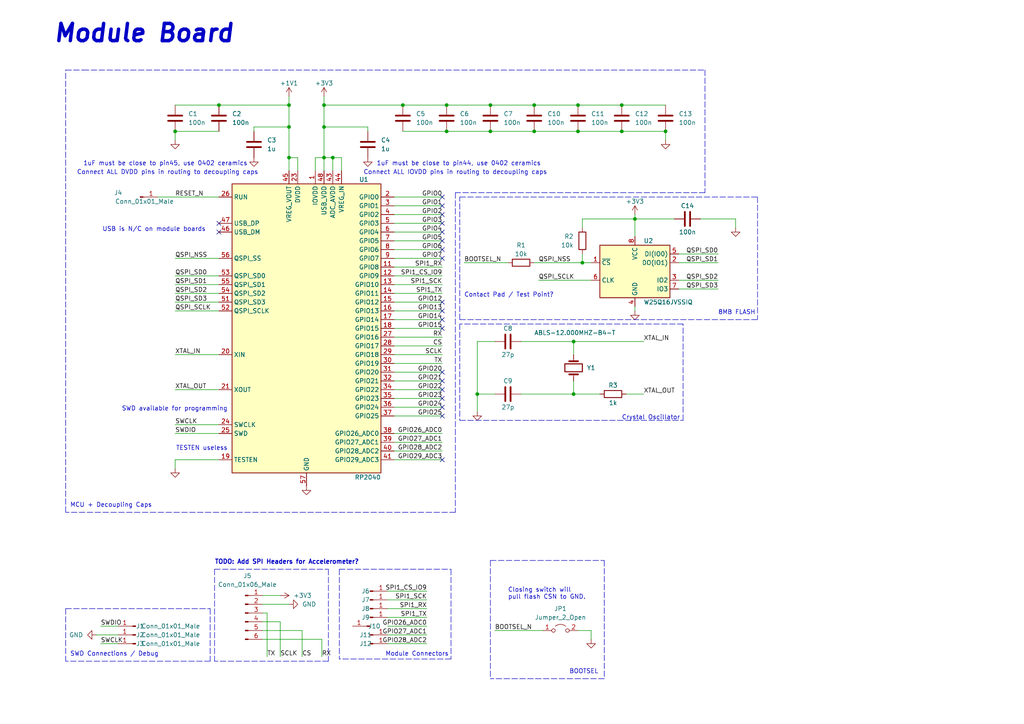
<source format=kicad_sch>
(kicad_sch (version 20211123) (generator eeschema)
  (paper "A4")
  (lib_symbols
    (symbol "Connector:Conn_01x01_Male" (pin_names (offset 1.016) hide)
      (property "Reference" "J" (at 0 2.54 0))
      (property "Value" "Conn_01x01_Male" (at 0 -2.54 0))
      (symbol "Conn_01x01_Male_1_1"
        (polyline (pts (xy 1.27 0) (xy 0.8636 0)) (stroke (width 0.1524)))
        (rectangle (start 0.8636 0.127) (end 0 -0.127) (stroke (width 0.1524)) (fill (type outline)))
        (pin passive line (at 5.08 0 180) (length 3.81) (name "Pin_1") (number "1"))
      )
    )
    (symbol "Connector:Conn_01x06_Male" (pin_names (offset 1.016) hide)
      (property "Reference" "J" (at 0 7.62 0))
      (property "Value" "Conn_01x06_Male" (at 0 -10.16 0))
      (symbol "Conn_01x06_Male_1_1"
        (polyline (pts (xy 1.27 -7.62) (xy 0.8636 -7.62)) (stroke (width 0.1524)))
        (polyline (pts (xy 1.27 -5.08) (xy 0.8636 -5.08)) (stroke (width 0.1524)))
        (polyline (pts (xy 1.27 -2.54) (xy 0.8636 -2.54)) (stroke (width 0.1524)))
        (polyline (pts (xy 1.27 0) (xy 0.8636 0)) (stroke (width 0.1524)))
        (polyline (pts (xy 1.27 2.54) (xy 0.8636 2.54)) (stroke (width 0.1524)))
        (polyline (pts (xy 1.27 5.08) (xy 0.8636 5.08)) (stroke (width 0.1524)))
        (rectangle (start 0.8636 -7.493) (end 0 -7.747) (stroke (width 0.1524)) (fill (type outline)))
        (rectangle (start 0.8636 -4.953) (end 0 -5.207) (stroke (width 0.1524)) (fill (type outline)))
        (rectangle (start 0.8636 -2.413) (end 0 -2.667) (stroke (width 0.1524)) (fill (type outline)))
        (rectangle (start 0.8636 0.127) (end 0 -0.127) (stroke (width 0.1524)) (fill (type outline)))
        (rectangle (start 0.8636 2.667) (end 0 2.413) (stroke (width 0.1524)) (fill (type outline)))
        (rectangle (start 0.8636 5.207) (end 0 4.953) (stroke (width 0.1524)) (fill (type outline)))
        (pin passive line (at 5.08 5.08 180) (length 3.81) (name "Pin_1") (number "1"))
        (pin passive line (at 5.08 2.54 180) (length 3.81) (name "Pin_2") (number "2"))
        (pin passive line (at 5.08 0 180) (length 3.81) (name "Pin_3") (number "3"))
        (pin passive line (at 5.08 -2.54 180) (length 3.81) (name "Pin_4") (number "4"))
        (pin passive line (at 5.08 -5.08 180) (length 3.81) (name "Pin_5") (number "5"))
        (pin passive line (at 5.08 -7.62 180) (length 3.81) (name "Pin_6") (number "6"))
      )
    )
    (symbol "Device:C" (pin_numbers hide) (pin_names (offset 0.254))
      (property "Reference" "C" (at 0.635 2.54 0))
      (property "Value" "C" (at 0.635 -2.54 0))
      (symbol "C_0_1"
        (polyline (pts (xy -2.032 -0.762) (xy 2.032 -0.762)) (stroke (width 0.508)))
        (polyline (pts (xy -2.032 0.762) (xy 2.032 0.762)) (stroke (width 0.508)))
      )
      (symbol "C_1_1"
        (pin passive line (at 0 3.81 270) (length 2.794) (name "~") (number "1"))
        (pin passive line (at 0 -3.81 90) (length 2.794) (name "~") (number "2"))
      )
    )
    (symbol "Device:Crystal" (pin_numbers hide) (pin_names (offset 1.016) hide)
      (property "Reference" "Y" (at 0 3.81 0))
      (property "Value" "Crystal" (at 0 -3.81 0))
      (symbol "Crystal_0_1"
        (rectangle (start -1.143 2.54) (end 1.143 -2.54) (stroke (width 0.3048)))
        (polyline (pts (xy -2.54 0) (xy -1.905 0)))
        (polyline (pts (xy -1.905 -1.27) (xy -1.905 1.27)) (stroke (width 0.508)))
        (polyline (pts (xy 1.905 -1.27) (xy 1.905 1.27)) (stroke (width 0.508)))
        (polyline (pts (xy 2.54 0) (xy 1.905 0)))
      )
      (symbol "Crystal_1_1"
        (pin passive line (at -3.81 0 0) (length 1.27) (name "1") (number "1"))
        (pin passive line (at 3.81 0 180) (length 1.27) (name "2") (number "2"))
      )
    )
    (symbol "Device:R" (pin_numbers hide) (pin_names (offset 0))
      (property "Reference" "R" (at 2.032 0 90))
      (property "Value" "R" (at 0 0 90))
      (symbol "R_0_1"
        (rectangle (start -1.016 -2.54) (end 1.016 2.54) (stroke (width 0.254)))
      )
      (symbol "R_1_1"
        (pin passive line (at 0 3.81 270) (length 1.27) (name "~") (number "1"))
        (pin passive line (at 0 -3.81 90) (length 1.27) (name "~") (number "2"))
      )
    )
    (symbol "Jumper:Jumper_2_Open" (pin_names (offset 0) hide)
      (property "Reference" "JP" (at 0 2.794 0))
      (property "Value" "Jumper_2_Open" (at 0 -2.286 0))
      (symbol "Jumper_2_Open_0_0"
        (circle (center -2.032 0) (radius 0.508))
        (circle (center 2.032 0) (radius 0.508))
      )
      (symbol "Jumper_2_Open_0_1"
        (arc (start 1.524 1.27) (mid 0 1.778) (end -1.524 1.27))
      )
      (symbol "Jumper_2_Open_1_1"
        (pin passive line (at -5.08 0 0) (length 2.54) (name "A") (number "1"))
        (pin passive line (at 5.08 0 180) (length 2.54) (name "B") (number "2"))
      )
    )
    (symbol "MCU_RaspberryPi:RP2040"
      (property "Reference" "U" (at 17.78 45.72 0))
      (property "Value" "RP2040" (at 17.78 43.18 0))
      (symbol "RP2040_0_1"
        (rectangle (start -21.59 41.91) (end 21.59 -41.91) (stroke (width 0.254)) (fill (type background)))
      )
      (symbol "RP2040_1_1"
        (pin power_in line (at 2.54 45.72 270) (length 3.81) (name "IOVDD") (number "1"))
        (pin passive line (at 2.54 45.72 270) (length 3.81) hide (name "IOVDD") (number "10"))
        (pin bidirectional line (at 25.4 17.78 180) (length 3.81) (name "GPIO8") (number "11"))
        (pin bidirectional line (at 25.4 15.24 180) (length 3.81) (name "GPIO9") (number "12"))
        (pin bidirectional line (at 25.4 12.7 180) (length 3.81) (name "GPIO10") (number "13"))
        (pin bidirectional line (at 25.4 10.16 180) (length 3.81) (name "GPIO11") (number "14"))
        (pin bidirectional line (at 25.4 7.62 180) (length 3.81) (name "GPIO12") (number "15"))
        (pin bidirectional line (at 25.4 5.08 180) (length 3.81) (name "GPIO13") (number "16"))
        (pin bidirectional line (at 25.4 2.54 180) (length 3.81) (name "GPIO14") (number "17"))
        (pin bidirectional line (at 25.4 0 180) (length 3.81) (name "GPIO15") (number "18"))
        (pin input line (at -25.4 -38.1 0) (length 3.81) (name "TESTEN") (number "19"))
        (pin bidirectional line (at 25.4 38.1 180) (length 3.81) (name "GPIO0") (number "2"))
        (pin input line (at -25.4 -7.62 0) (length 3.81) (name "XIN") (number "20"))
        (pin passive line (at -25.4 -17.78 0) (length 3.81) (name "XOUT") (number "21"))
        (pin passive line (at 2.54 45.72 270) (length 3.81) hide (name "IOVDD") (number "22"))
        (pin power_in line (at -2.54 45.72 270) (length 3.81) (name "DVDD") (number "23"))
        (pin output line (at -25.4 -27.94 0) (length 3.81) (name "SWCLK") (number "24"))
        (pin bidirectional line (at -25.4 -30.48 0) (length 3.81) (name "SWD") (number "25"))
        (pin input line (at -25.4 38.1 0) (length 3.81) (name "RUN") (number "26"))
        (pin bidirectional line (at 25.4 -2.54 180) (length 3.81) (name "GPIO16") (number "27"))
        (pin bidirectional line (at 25.4 -5.08 180) (length 3.81) (name "GPIO17") (number "28"))
        (pin bidirectional line (at 25.4 -7.62 180) (length 3.81) (name "GPIO18") (number "29"))
        (pin bidirectional line (at 25.4 35.56 180) (length 3.81) (name "GPIO1") (number "3"))
        (pin bidirectional line (at 25.4 -10.16 180) (length 3.81) (name "GPIO19") (number "30"))
        (pin bidirectional line (at 25.4 -12.7 180) (length 3.81) (name "GPIO20") (number "31"))
        (pin bidirectional line (at 25.4 -15.24 180) (length 3.81) (name "GPIO21") (number "32"))
        (pin passive line (at 2.54 45.72 270) (length 3.81) hide (name "IOVDD") (number "33"))
        (pin bidirectional line (at 25.4 -17.78 180) (length 3.81) (name "GPIO22") (number "34"))
        (pin bidirectional line (at 25.4 -20.32 180) (length 3.81) (name "GPIO23") (number "35"))
        (pin bidirectional line (at 25.4 -22.86 180) (length 3.81) (name "GPIO24") (number "36"))
        (pin bidirectional line (at 25.4 -25.4 180) (length 3.81) (name "GPIO25") (number "37"))
        (pin bidirectional line (at 25.4 -30.48 180) (length 3.81) (name "GPIO26_ADC0") (number "38"))
        (pin bidirectional line (at 25.4 -33.02 180) (length 3.81) (name "GPIO27_ADC1") (number "39"))
        (pin bidirectional line (at 25.4 33.02 180) (length 3.81) (name "GPIO2") (number "4"))
        (pin bidirectional line (at 25.4 -35.56 180) (length 3.81) (name "GPIO28_ADC2") (number "40"))
        (pin bidirectional line (at 25.4 -38.1 180) (length 3.81) (name "GPIO29_ADC3") (number "41"))
        (pin passive line (at 2.54 45.72 270) (length 3.81) hide (name "IOVDD") (number "42"))
        (pin power_in line (at 7.62 45.72 270) (length 3.81) (name "ADC_AVDD") (number "43"))
        (pin power_in line (at 10.16 45.72 270) (length 3.81) (name "VREG_IN") (number "44"))
        (pin power_out line (at -5.08 45.72 270) (length 3.81) (name "VREG_VOUT") (number "45"))
        (pin bidirectional line (at -25.4 27.94 0) (length 3.81) (name "USB_DM") (number "46"))
        (pin bidirectional line (at -25.4 30.48 0) (length 3.81) (name "USB_DP") (number "47"))
        (pin power_in line (at 5.08 45.72 270) (length 3.81) (name "USB_VDD") (number "48"))
        (pin passive line (at 2.54 45.72 270) (length 3.81) hide (name "IOVDD") (number "49"))
        (pin bidirectional line (at 25.4 30.48 180) (length 3.81) (name "GPIO3") (number "5"))
        (pin passive line (at -2.54 45.72 270) (length 3.81) hide (name "DVDD") (number "50"))
        (pin bidirectional line (at -25.4 7.62 0) (length 3.81) (name "QSPI_SD3") (number "51"))
        (pin output line (at -25.4 5.08 0) (length 3.81) (name "QSPI_SCLK") (number "52"))
        (pin bidirectional line (at -25.4 15.24 0) (length 3.81) (name "QSPI_SD0") (number "53"))
        (pin bidirectional line (at -25.4 10.16 0) (length 3.81) (name "QSPI_SD2") (number "54"))
        (pin bidirectional line (at -25.4 12.7 0) (length 3.81) (name "QSPI_SD1") (number "55"))
        (pin bidirectional line (at -25.4 20.32 0) (length 3.81) (name "QSPI_SS") (number "56"))
        (pin power_in line (at 0 -45.72 90) (length 3.81) (name "GND") (number "57"))
        (pin bidirectional line (at 25.4 27.94 180) (length 3.81) (name "GPIO4") (number "6"))
        (pin bidirectional line (at 25.4 25.4 180) (length 3.81) (name "GPIO5") (number "7"))
        (pin bidirectional line (at 25.4 22.86 180) (length 3.81) (name "GPIO6") (number "8"))
        (pin bidirectional line (at 25.4 20.32 180) (length 3.81) (name "GPIO7") (number "9"))
      )
    )
    (symbol "Merrick_Symbols_KiCad6:W25Q16JVSSIQ"
      (property "Reference" "U" (at 0 -24.13 0))
      (property "Value" "W25Q16JVSSIQ" (at 0 20.32 0))
      (symbol "W25Q16JVSSIQ_0_1"
        (rectangle (start -10.16 6.35) (end 10.16 -8.89) (stroke (width 0.254)) (fill (type background)))
      )
      (symbol "W25Q16JVSSIQ_1_1"
        (pin input line (at -12.7 1.27 0) (length 2.54) (name "~{CS}") (number "1"))
        (pin bidirectional line (at 12.7 1.27 180) (length 2.54) (name "DO(IO1)") (number "2"))
        (pin bidirectional line (at 12.7 -3.81 180) (length 2.54) (name "IO2") (number "3"))
        (pin power_in line (at 0 -11.43 90) (length 2.54) (name "GND") (number "4"))
        (pin bidirectional line (at 12.7 3.81 180) (length 2.54) (name "DI(IO0)") (number "5"))
        (pin input line (at -12.7 -3.81 0) (length 2.54) (name "CLK") (number "6"))
        (pin bidirectional line (at 12.7 -6.35 180) (length 2.54) (name "IO3") (number "7"))
        (pin power_in line (at 0 8.89 270) (length 2.54) (name "VCC") (number "8"))
      )
    )
    (symbol "power:+1V1" (power) (pin_names (offset 0))
      (property "Value" "+1V1" (at 0 3.556 0))
      (symbol "+1V1_0_1"
        (polyline (pts (xy -0.762 1.27) (xy 0 2.54)))
        (polyline (pts (xy 0 0) (xy 0 2.54)))
        (polyline (pts (xy 0 2.54) (xy 0.762 1.27)))
      )
      (symbol "+1V1_1_1"
        (pin power_in line (at 0 0 90) (length 0) hide (name "+1V1") (number "1"))
      )
    )
    (symbol "power:+3V3" (power) (pin_names (offset 0))
      (property "Value" "+3V3" (at 0 3.556 0))
      (symbol "+3V3_0_1"
        (polyline (pts (xy -0.762 1.27) (xy 0 2.54)))
        (polyline (pts (xy 0 0) (xy 0 2.54)))
        (polyline (pts (xy 0 2.54) (xy 0.762 1.27)))
      )
      (symbol "+3V3_1_1"
        (pin power_in line (at 0 0 90) (length 0) hide (name "+3V3") (number "1"))
      )
    )
    (symbol "power:GND" (power) (pin_names (offset 0))
      (property "Value" "GND" (at 0 -3.81 0))
      (symbol "GND_0_1"
        (polyline (pts (xy 0 0) (xy 0 -1.27) (xy 1.27 -1.27) (xy 0 -2.54) (xy -1.27 -1.27) (xy 0 -1.27)))
      )
      (symbol "GND_1_1"
        (pin power_in line (at 0 0 270) (length 0) hide (name "GND") (number "1"))
      )
    )
  )
  (junction (at 138.43 114.3))
  (junction (at 93.98 36.83))
  (junction (at 63.5 30.48))
  (junction (at 93.98 45.72))
  (junction (at 180.34 38.1))
  (junction (at 167.64 30.48))
  (junction (at 96.52 45.72))
  (junction (at 166.37 114.3))
  (junction (at 83.82 36.83))
  (junction (at 116.84 30.48))
  (junction (at 167.64 38.1))
  (junction (at 129.54 38.1))
  (junction (at 93.98 30.48))
  (junction (at 193.04 38.1))
  (junction (at 154.94 30.48))
  (junction (at 50.8 38.1))
  (junction (at 142.24 30.48))
  (junction (at 180.34 30.48))
  (junction (at 129.54 30.48))
  (junction (at 83.82 30.48))
  (junction (at 142.24 38.1))
  (junction (at 166.37 99.06))
  (junction (at 83.82 45.72))
  (junction (at 184.15 63.5))
  (junction (at 168.91 76.2))
  (junction (at 154.94 38.1))
  (no_connect (at 128.27 92.71))
  (no_connect (at 128.27 95.25))
  (no_connect (at 128.27 110.49))
  (no_connect (at 128.27 69.85))
  (no_connect (at 128.27 118.11))
  (no_connect (at 63.5 67.31))
  (no_connect (at 128.27 72.39))
  (no_connect (at 128.27 113.03))
  (no_connect (at 128.27 90.17))
  (no_connect (at 128.27 67.31))
  (no_connect (at 63.5 64.77))
  (no_connect (at 128.27 57.15))
  (no_connect (at 128.27 120.65))
  (no_connect (at 128.27 87.63))
  (no_connect (at 128.27 107.95))
  (no_connect (at 128.27 133.35))
  (no_connect (at 128.27 74.93))
  (no_connect (at 128.27 59.69))
  (no_connect (at 128.27 62.23))
  (no_connect (at 128.27 115.57))
  (no_connect (at 128.27 64.77))
  (polyline (pts (xy 98.425 165.1) (xy 98.425 191.135)))
  (wire (pts (xy 142.24 30.48) (xy 154.94 30.48)))
  (polyline (pts (xy 19.05 20.32) (xy 24.13 20.32)))
  (wire (pts (xy 168.91 76.2) (xy 171.45 76.2)))
  (wire (pts (xy 114.3 102.87) (xy 128.27 102.87)))
  (wire (pts (xy 138.43 114.3) (xy 138.43 119.38)))
  (wire (pts (xy 114.3 72.39) (xy 128.27 72.39)))
  (wire (pts (xy 83.82 30.48) (xy 83.82 36.83)))
  (wire (pts (xy 114.3 115.57) (xy 128.27 115.57)))
  (wire (pts (xy 180.34 30.48) (xy 193.04 30.48)))
  (polyline (pts (xy 19.05 176.53) (xy 19.05 191.77)))
  (wire (pts (xy 213.36 63.5) (xy 213.36 66.04)))
  (wire (pts (xy 93.345 185.42) (xy 93.345 190.5)))
  (polyline (pts (xy 130.81 191.135) (xy 98.425 191.135)))
  (wire (pts (xy 114.3 59.69) (xy 128.27 59.69)))
  (wire (pts (xy 138.43 99.06) (xy 138.43 114.3)))
  (wire (pts (xy 151.13 114.3) (xy 166.37 114.3)))
  (wire (pts (xy 112.395 179.07) (xy 123.825 179.07)))
  (wire (pts (xy 93.98 30.48) (xy 93.98 36.83)))
  (polyline (pts (xy 133.35 57.15) (xy 219.71 57.15)))
  (wire (pts (xy 76.2 177.8) (xy 77.47 177.8)))
  (wire (pts (xy 156.21 81.28) (xy 171.45 81.28)))
  (wire (pts (xy 114.3 87.63) (xy 128.27 87.63)))
  (wire (pts (xy 83.82 45.72) (xy 86.36 45.72)))
  (wire (pts (xy 114.3 67.31) (xy 128.27 67.31)))
  (wire (pts (xy 203.2 63.5) (xy 213.36 63.5)))
  (wire (pts (xy 143.51 99.06) (xy 138.43 99.06)))
  (wire (pts (xy 114.3 107.95) (xy 128.27 107.95)))
  (polyline (pts (xy 62.23 165.1) (xy 62.23 191.77)))
  (wire (pts (xy 184.15 62.23) (xy 184.15 63.5)))
  (polyline (pts (xy 98.425 165.1) (xy 130.81 165.1)))
  (wire (pts (xy 114.3 74.93) (xy 128.27 74.93)))
  (polyline (pts (xy 175.26 196.85) (xy 142.24 196.85)))
  (wire (pts (xy 96.52 45.72) (xy 96.52 49.53)))
  (wire (pts (xy 86.36 49.53) (xy 86.36 45.72)))
  (wire (pts (xy 184.15 63.5) (xy 195.58 63.5)))
  (polyline (pts (xy 133.35 92.71) (xy 133.35 57.15)))
  (wire (pts (xy 114.3 95.25) (xy 128.27 95.25)))
  (wire (pts (xy 114.3 125.73) (xy 128.27 125.73)))
  (wire (pts (xy 50.8 30.48) (xy 63.5 30.48)))
  (wire (pts (xy 114.3 92.71) (xy 128.27 92.71)))
  (wire (pts (xy 143.51 182.88) (xy 157.48 182.88)))
  (polyline (pts (xy 142.24 162.56) (xy 175.26 162.56)))
  (wire (pts (xy 83.82 36.83) (xy 83.82 45.72)))
  (polyline (pts (xy 95.25 191.77) (xy 62.23 191.77)))
  (polyline (pts (xy 204.47 55.88) (xy 132.08 55.88)))
  (wire (pts (xy 171.45 182.88) (xy 171.45 185.42)))
  (wire (pts (xy 83.82 36.83) (xy 73.66 36.83)))
  (wire (pts (xy 114.3 57.15) (xy 128.27 57.15)))
  (wire (pts (xy 154.94 38.1) (xy 167.64 38.1)))
  (wire (pts (xy 166.37 110.49) (xy 166.37 114.3)))
  (wire (pts (xy 167.64 182.88) (xy 171.45 182.88)))
  (wire (pts (xy 114.3 80.01) (xy 128.27 80.01)))
  (wire (pts (xy 63.5 133.35) (xy 50.8 133.35)))
  (wire (pts (xy 116.84 30.48) (xy 129.54 30.48)))
  (wire (pts (xy 50.8 87.63) (xy 63.5 87.63)))
  (polyline (pts (xy 62.23 165.1) (xy 95.25 165.1)))
  (wire (pts (xy 93.98 36.83) (xy 93.98 45.72)))
  (wire (pts (xy 50.8 38.1) (xy 50.8 40.64)))
  (wire (pts (xy 87.63 182.88) (xy 87.63 190.5)))
  (polyline (pts (xy 175.26 162.56) (xy 175.26 196.85)))
  (polyline (pts (xy 19.05 176.53) (xy 60.96 176.53)))
  (wire (pts (xy 112.395 186.69) (xy 123.825 186.69)))
  (wire (pts (xy 114.3 82.55) (xy 128.27 82.55)))
  (wire (pts (xy 167.64 30.48) (xy 180.34 30.48)))
  (polyline (pts (xy 19.05 148.59) (xy 19.05 20.32)))
  (polyline (pts (xy 95.25 165.1) (xy 95.25 191.77)))
  (wire (pts (xy 112.395 184.15) (xy 123.825 184.15)))
  (wire (pts (xy 50.8 125.73) (xy 63.5 125.73)))
  (wire (pts (xy 77.47 177.8) (xy 77.47 190.5)))
  (wire (pts (xy 50.8 74.93) (xy 63.5 74.93)))
  (wire (pts (xy 196.85 76.2) (xy 208.28 76.2)))
  (wire (pts (xy 114.3 113.03) (xy 128.27 113.03)))
  (wire (pts (xy 29.21 181.61) (xy 34.29 181.61)))
  (wire (pts (xy 180.34 38.1) (xy 193.04 38.1)))
  (wire (pts (xy 50.8 80.01) (xy 63.5 80.01)))
  (wire (pts (xy 106.68 38.1) (xy 106.68 36.83)))
  (wire (pts (xy 114.3 77.47) (xy 128.27 77.47)))
  (polyline (pts (xy 198.12 121.92) (xy 198.12 93.98)))
  (wire (pts (xy 114.3 130.81) (xy 128.27 130.81)))
  (wire (pts (xy 114.3 69.85) (xy 128.27 69.85)))
  (wire (pts (xy 81.28 180.34) (xy 81.28 190.5)))
  (wire (pts (xy 27.94 184.15) (xy 34.29 184.15)))
  (wire (pts (xy 76.2 185.42) (xy 93.345 185.42)))
  (wire (pts (xy 114.3 105.41) (xy 128.27 105.41)))
  (wire (pts (xy 50.8 102.87) (xy 63.5 102.87)))
  (wire (pts (xy 93.98 45.72) (xy 93.98 49.53)))
  (wire (pts (xy 63.5 30.48) (xy 83.82 30.48)))
  (wire (pts (xy 114.3 62.23) (xy 128.27 62.23)))
  (wire (pts (xy 168.91 63.5) (xy 184.15 63.5)))
  (polyline (pts (xy 132.08 55.88) (xy 132.08 148.59)))
  (wire (pts (xy 83.82 27.94) (xy 83.82 30.48)))
  (wire (pts (xy 50.8 133.35) (xy 50.8 135.89)))
  (wire (pts (xy 76.2 180.34) (xy 81.28 180.34)))
  (wire (pts (xy 180.34 38.1) (xy 167.64 38.1)))
  (wire (pts (xy 129.54 38.1) (xy 116.84 38.1)))
  (wire (pts (xy 93.98 30.48) (xy 116.84 30.48)))
  (wire (pts (xy 114.3 100.33) (xy 128.27 100.33)))
  (wire (pts (xy 193.04 38.1) (xy 193.04 40.64)))
  (wire (pts (xy 166.37 99.06) (xy 186.69 99.06)))
  (wire (pts (xy 106.68 36.83) (xy 93.98 36.83)))
  (wire (pts (xy 91.44 45.72) (xy 91.44 49.53)))
  (polyline (pts (xy 219.71 57.15) (xy 219.71 92.71)))
  (wire (pts (xy 151.13 99.06) (xy 166.37 99.06)))
  (wire (pts (xy 154.94 30.48) (xy 167.64 30.48)))
  (wire (pts (xy 138.43 114.3) (xy 143.51 114.3)))
  (polyline (pts (xy 142.24 162.56) (xy 142.24 196.85)))
  (wire (pts (xy 196.85 81.28) (xy 208.28 81.28)))
  (wire (pts (xy 93.98 45.72) (xy 96.52 45.72)))
  (wire (pts (xy 196.85 73.66) (xy 208.28 73.66)))
  (wire (pts (xy 50.8 123.19) (xy 63.5 123.19)))
  (wire (pts (xy 96.52 45.72) (xy 99.06 45.72)))
  (wire (pts (xy 114.3 90.17) (xy 128.27 90.17)))
  (polyline (pts (xy 133.35 92.71) (xy 219.71 92.71)))
  (polyline (pts (xy 133.35 93.98) (xy 133.35 121.92)))
  (wire (pts (xy 50.8 85.09) (xy 63.5 85.09)))
  (polyline (pts (xy 24.13 20.32) (xy 204.47 20.32)))
  (wire (pts (xy 50.8 82.55) (xy 63.5 82.55)))
  (wire (pts (xy 114.3 85.09) (xy 128.27 85.09)))
  (wire (pts (xy 184.15 63.5) (xy 184.15 68.58)))
  (polyline (pts (xy 60.96 191.77) (xy 19.05 191.77)))
  (wire (pts (xy 154.94 76.2) (xy 168.91 76.2)))
  (wire (pts (xy 196.85 83.82) (xy 208.28 83.82)))
  (wire (pts (xy 114.3 118.11) (xy 128.27 118.11)))
  (polyline (pts (xy 132.08 148.59) (xy 19.05 148.59)))
  (wire (pts (xy 114.3 128.27) (xy 128.27 128.27)))
  (wire (pts (xy 112.395 176.53) (xy 123.825 176.53)))
  (wire (pts (xy 181.61 114.3) (xy 186.69 114.3)))
  (wire (pts (xy 129.54 30.48) (xy 142.24 30.48)))
  (wire (pts (xy 76.2 175.26) (xy 83.82 175.26)))
  (wire (pts (xy 99.06 49.53) (xy 99.06 45.72)))
  (wire (pts (xy 50.8 113.03) (xy 63.5 113.03)))
  (wire (pts (xy 112.395 173.99) (xy 123.825 173.99)))
  (polyline (pts (xy 130.81 165.1) (xy 130.81 191.135)))
  (wire (pts (xy 166.37 114.3) (xy 173.99 114.3)))
  (wire (pts (xy 114.3 120.65) (xy 128.27 120.65)))
  (wire (pts (xy 83.82 45.72) (xy 83.82 49.53)))
  (polyline (pts (xy 198.12 93.98) (xy 133.35 93.98)))
  (wire (pts (xy 63.5 38.1) (xy 50.8 38.1)))
  (wire (pts (xy 168.91 66.04) (xy 168.91 63.5)))
  (wire (pts (xy 91.44 45.72) (xy 93.98 45.72)))
  (wire (pts (xy 114.3 110.49) (xy 128.27 110.49)))
  (wire (pts (xy 184.15 90.17) (xy 184.15 88.9)))
  (wire (pts (xy 134.62 76.2) (xy 147.32 76.2)))
  (wire (pts (xy 168.91 73.66) (xy 168.91 76.2)))
  (wire (pts (xy 50.8 90.17) (xy 63.5 90.17)))
  (wire (pts (xy 45.72 57.15) (xy 63.5 57.15)))
  (wire (pts (xy 114.3 64.77) (xy 128.27 64.77)))
  (wire (pts (xy 73.66 36.83) (xy 73.66 38.1)))
  (wire (pts (xy 29.21 186.69) (xy 34.29 186.69)))
  (wire (pts (xy 93.98 27.94) (xy 93.98 30.48)))
  (polyline (pts (xy 204.47 20.32) (xy 204.47 55.88)))
  (wire (pts (xy 114.3 97.79) (xy 128.27 97.79)))
  (wire (pts (xy 112.395 171.45) (xy 123.825 171.45)))
  (wire (pts (xy 154.94 38.1) (xy 142.24 38.1)))
  (wire (pts (xy 166.37 99.06) (xy 166.37 102.87)))
  (polyline (pts (xy 133.35 121.92) (xy 198.12 121.92)))
  (wire (pts (xy 76.2 172.72) (xy 81.28 172.72)))
  (wire (pts (xy 112.395 181.61) (xy 123.825 181.61)))
  (wire (pts (xy 114.3 133.35) (xy 128.27 133.35)))
  (polyline (pts (xy 60.96 176.53) (xy 60.96 191.77)))
  (wire (pts (xy 76.2 182.88) (xy 87.63 182.88)))
  (wire (pts (xy 129.54 38.1) (xy 142.24 38.1)))
  (text "SWD Connections / Debug" (at 20.32 190.5 0) (effects (font (size 1.27 1.27)) (justify left bottom)))
  (text "Crystal Oscillator" (at 180.34 121.92 0) (effects (font (size 1.27 1.27)) (justify left bottom)))
  (text "TESTEN useless" (at 66.04 130.81 180) (effects (font (size 1.27 1.27)) (justify right bottom)))
  (text "1uF must be close to pin44, use 0402 ceramics" (at 109.22 48.26 0) (effects (font (size 1.27 1.27)) (justify left bottom)))
  (text "MCU + Decoupling Caps" (at 20.32 147.32 0) (effects (font (size 1.27 1.27)) (justify left bottom)))
  (text "8MB FLASH\n" (at 208.28 91.44 0) (effects (font (size 1.27 1.27)) (justify left bottom)))
  (text "USB is N/C on module boards" (at 59.69 67.31 180) (effects (font (size 1.27 1.27)) (justify right bottom)))
  (text "TODO: Add SPI Headers for Accelerometer?" (at 62.23 163.83 0) (effects (font (size 1.27 1.27) (thickness 0.254) bold) (justify left bottom)))
  (text "Module Board" (at 15.24 12.7 0) (effects (font (size 5 5) (thickness 1) bold italic) (justify left bottom)))
  (text "1uF must be close to pin45, use 0402 ceramics" (at 24.13 48.26 0) (effects (font (size 1.27 1.27)) (justify left bottom)))
  (text "Closing switch will\npull flash CSN to GND." (at 147.32 173.99 0) (effects (font (size 1.27 1.27)) (justify left bottom)))
  (text "Connect ALL DVDD pins in routing to decoupling caps" (at 74.93 50.8 180) (effects (font (size 1.27 1.27)) (justify right bottom)))
  (text "Contact Pad / Test Point?" (at 134.62 86.36 0) (effects (font (size 1.27 1.27)) (justify left bottom)))
  (text "Module Connectors" (at 111.76 190.5 0) (effects (font (size 1.27 1.27)) (justify left bottom)))
  (text "Connect ALL IOVDD pins in routing to decoupling caps" (at 105.41 50.8 0) (effects (font (size 1.27 1.27)) (justify left bottom)))
  (text "BOOTSEL" (at 165.1 195.58 0) (effects (font (size 1.27 1.27)) (justify left bottom)))
  (text "SWD available for programming" (at 66.04 119.38 180) (effects (font (size 1.27 1.27)) (justify right bottom)))
  (label "QSPI_SD3" (at 208.28 83.82 180))
  (label "SWCLK" (at 50.8 123.19 0))
  (label "QSPI_SD2" (at 50.8 85.09 0))
  (label "QSPI_NSS" (at 156.21 76.2 0))
  (label "QSPI_SD3" (at 50.8 87.63 0))
  (label "SWDIO" (at 50.8 125.73 0))
  (label "SCLK" (at 128.27 102.87 180))
  (label "SPI1_TX" (at 123.825 179.07 180))
  (label "RX" (at 128.27 97.79 180))
  (label "SCLK" (at 81.28 190.5 0))
  (label "GPIO21" (at 128.27 110.49 180))
  (label "GPIO27_ADC1" (at 123.825 184.15 180))
  (label "SPI1_SCK" (at 123.825 173.99 180))
  (label "GPIO13" (at 128.27 90.17 180))
  (label "GPIO22" (at 128.27 113.03 180))
  (label "QSPI_NSS" (at 50.8 74.93 0))
  (label "SPI1_RX" (at 123.825 176.53 180))
  (label "GPIO12" (at 128.27 87.63 180))
  (label "BOOTSEL_N" (at 143.51 182.88 0))
  (label "XTAL_IN" (at 186.69 99.06 0))
  (label "SPI1_CS_IO9" (at 123.825 171.45 180))
  (label "GPIO25" (at 128.27 120.65 180))
  (label "SWDIO" (at 29.21 181.61 0))
  (label "GPIO4" (at 128.27 67.31 180))
  (label "XTAL_OUT" (at 50.8 113.03 0))
  (label "GPIO1" (at 128.27 59.69 180))
  (label "BOOTSEL_N" (at 134.62 76.2 0))
  (label "GPIO15" (at 128.27 95.25 180))
  (label "XTAL_IN" (at 50.8 102.87 0))
  (label "QSPI_SD1" (at 208.28 76.2 180))
  (label "GPIO7" (at 128.27 74.93 180))
  (label "GPIO5" (at 128.27 69.85 180))
  (label "GPIO28_ADC2" (at 128.27 130.81 180))
  (label "GPIO14" (at 128.27 92.71 180))
  (label "GPIO26_ADC0" (at 128.27 125.73 180))
  (label "GPIO23" (at 128.27 115.57 180))
  (label "SPI1_CS_IO9" (at 128.27 80.01 180))
  (label "RESET_N" (at 50.8 57.15 0))
  (label "TX" (at 77.47 190.5 0))
  (label "QSPI_SD1" (at 50.8 82.55 0))
  (label "QSPI_SD2" (at 208.28 81.28 180))
  (label "SWCLK" (at 29.21 186.69 0))
  (label "QSPI_SCLK" (at 156.21 81.28 0))
  (label "QSPI_SD0" (at 208.28 73.66 180))
  (label "GPIO20" (at 128.27 107.95 180))
  (label "GPIO6" (at 128.27 72.39 180))
  (label "GPIO29_ADC3" (at 128.27 133.35 180))
  (label "SPI1_RX" (at 128.27 77.47 180))
  (label "GPIO3" (at 128.27 64.77 180))
  (label "GPIO24" (at 128.27 118.11 180))
  (label "QSPI_SCLK" (at 50.8 90.17 0))
  (label "CS" (at 128.27 100.33 180))
  (label "SPI1_SCK" (at 128.27 82.55 180))
  (label "GPIO0" (at 128.27 57.15 180))
  (label "XTAL_OUT" (at 186.69 114.3 0))
  (label "QSPI_SD0" (at 50.8 80.01 0))
  (label "GPIO2" (at 128.27 62.23 180))
  (label "GPIO26_ADC0" (at 123.825 181.61 180))
  (label "TX" (at 128.27 105.41 180))
  (label "SPI1_TX" (at 128.27 85.09 180))
  (label "GPIO28_ADC2" (at 123.825 186.69 180))
  (label "RX" (at 93.345 190.5 0))
  (label "GPIO27_ADC1" (at 128.27 128.27 180))
  (label "CS" (at 87.63 190.5 0))
  (symbol (lib_id "Device:Crystal") (at 166.37 106.68 90) (unit 1)
    (property "Reference" "Y1" (at 170.18 106.68 90) (effects (justify right)))
    (property "Value" "ABLS-12.000MHZ-B4-T" (at 154.94 96.52 90) (effects (justify right)))
    (property "Footprint" "ABLS-12:XTAL_ABLS-12.000MHZ-B4-T" (effects hide))
  )
  (symbol (lib_id "Device:C") (at 116.84 34.29 0) (unit 1)
    (property "Reference" "C5" (at 120.65 33.0199 0) (effects (justify left)))
    (property "Value" "100n" (at 120.65 35.5599 0) (effects (justify left)))
    (property "Footprint" "Capacitor_SMD:C_0402_1005Metric" (effects hide))
  )
  (symbol (lib_id "power:+3V3") (at 93.98 27.94 0) (unit 1)
    (property "Reference" "#PWR09" (effects hide))
    (property "Value" "+3V3" (at 93.98 24.13 0))
  )
  (symbol (lib_id "power:GND") (at 83.82 175.26 90) (unit 1)
    (property "Reference" "#PWR07" (effects hide))
    (property "Value" "GND" (at 87.63 175.2599 90) (effects (justify right)))
  )
  (symbol (lib_id "Connector:Conn_01x01_Male") (at 39.37 184.15 180) (unit 1)
    (property "Reference" "J2" (at 40.64 184.15 0))
    (property "Value" "Conn_01x01_Male" (at 49.53 184.15 0))
    (property "Footprint" "TestPoint:TestPoint_Pad_D1.0mm" (effects hide))
  )
  (symbol (lib_id "power:GND") (at 106.68 45.72 0) (unit 1)
    (property "Reference" "#PWR010" (effects hide))
    (property "Value" "GND" (effects hide))
  )
  (symbol (lib_id "Connector:Conn_01x01_Male") (at 39.37 181.61 180) (unit 1)
    (property "Reference" "J1" (at 40.64 181.61 0))
    (property "Value" "Conn_01x01_Male" (at 49.53 181.61 0))
    (property "Footprint" "TestPoint:TestPoint_Pad_D1.0mm" (effects hide))
  )
  (symbol (lib_id "power:GND") (at 184.15 90.17 0) (unit 1)
    (property "Reference" "#PWR014" (effects hide))
    (property "Value" "GND" (effects hide))
  )
  (symbol (lib_id "Merrick_Symbols_KiCad6:W25Q16JVSSIQ") (at 184.15 77.47 0) (unit 1)
    (property "Reference" "U2" (at 186.69 69.85 0) (effects (justify left)))
    (property "Value" "W25Q16JVSSIQ" (at 186.69 87.63 0) (effects (justify left)))
    (property "Footprint" "Package_SO:SOIC-8_5.23x5.23mm_P1.27mm" (effects hide))
  )
  (symbol (lib_id "Device:C") (at 106.68 41.91 0) (unit 1)
    (property "Reference" "C4" (at 110.49 40.6399 0) (effects (justify left)))
    (property "Value" "1u" (at 110.49 43.1799 0) (effects (justify left)))
    (property "Footprint" "Capacitor_SMD:C_0402_1005Metric" (effects hide))
  )
  (symbol (lib_id "Connector:Conn_01x01_Male") (at 40.64 57.15 0) (unit 1)
    (property "Reference" "J4" (at 34.29 55.88 0))
    (property "Value" "Conn_01x01_Male" (at 41.91 58.42 0))
    (property "Footprint" "TestPoint:TestPoint_Pad_D1.0mm" (effects hide))
  )
  (symbol (lib_id "Device:C") (at 147.32 114.3 90) (unit 1)
    (property "Reference" "C9" (at 147.32 110.49 90))
    (property "Value" "27p" (at 147.32 118.11 90))
    (property "Footprint" "Capacitor_SMD:C_0402_1005Metric" (effects hide))
  )
  (symbol (lib_id "Device:C") (at 142.24 34.29 0) (unit 1)
    (property "Reference" "C7" (at 146.05 33.0199 0) (effects (justify left)))
    (property "Value" "100n" (at 146.05 35.5599 0) (effects (justify left)))
    (property "Footprint" "Capacitor_SMD:C_0402_1005Metric" (effects hide))
  )
  (symbol (lib_id "Device:C") (at 180.34 34.29 0) (unit 1)
    (property "Reference" "C12" (at 184.15 33.0199 0) (effects (justify left)))
    (property "Value" "100n" (at 184.15 35.5599 0) (effects (justify left)))
    (property "Footprint" "Capacitor_SMD:C_0402_1005Metric" (effects hide))
  )
  (symbol (lib_id "power:GND") (at 50.8 40.64 0) (unit 1)
    (property "Reference" "#PWR02" (effects hide))
    (property "Value" "GND" (effects hide))
  )
  (symbol (lib_id "Jumper:Jumper_2_Open") (at 162.56 182.88 0) (unit 1)
    (property "Reference" "JP1" (at 162.56 176.53 0))
    (property "Value" "Jumper_2_Open" (at 162.56 179.07 0))
    (property "Footprint" "Jumper:SolderJumper-2_P1.3mm_Open_Pad1.0x1.5mm" (effects hide))
  )
  (symbol (lib_id "power:GND") (at 138.43 119.38 0) (unit 1)
    (property "Reference" "#PWR011" (effects hide))
    (property "Value" "GND" (effects hide))
  )
  (symbol (lib_id "power:GND") (at 27.94 184.15 270) (unit 1)
    (property "Reference" "#PWR01" (effects hide))
    (property "Value" "GND" (at 24.13 184.1499 90) (effects (justify right)))
  )
  (symbol (lib_id "Connector:Conn_01x01_Male") (at 107.315 171.45 0) (unit 1)
    (property "Reference" "J6" (at 106.045 171.45 0))
    (property "Value" "Conn_01x01_Male" (effects hide))
    (property "Footprint" "Connector_Pin:Pin_D1.0mm_L10.0mm" (effects hide))
  )
  (symbol (lib_id "Device:C") (at 129.54 34.29 0) (unit 1)
    (property "Reference" "C6" (at 133.35 33.0199 0) (effects (justify left)))
    (property "Value" "100n" (at 133.35 35.5599 0) (effects (justify left)))
    (property "Footprint" "Capacitor_SMD:C_0402_1005Metric" (effects hide))
  )
  (symbol (lib_id "Device:C") (at 167.64 34.29 0) (unit 1)
    (property "Reference" "C11" (at 171.45 33.0199 0) (effects (justify left)))
    (property "Value" "100n" (at 171.45 35.5599 0) (effects (justify left)))
    (property "Footprint" "Capacitor_SMD:C_0402_1005Metric" (effects hide))
  )
  (symbol (lib_id "Device:R") (at 168.91 69.85 0) (mirror x) (unit 1)
    (property "Reference" "R2" (at 166.37 68.5799 0) (effects (justify right)))
    (property "Value" "10k" (at 166.37 71.1199 0) (effects (justify right)))
    (property "Footprint" "Resistor_SMD:R_0402_1005Metric" (effects hide))
  )
  (symbol (lib_id "Connector:Conn_01x06_Male") (at 71.12 177.8 0) (unit 1)
    (property "Reference" "J5" (at 71.755 167.005 0))
    (property "Value" "Conn_01x06_Male" (at 71.755 169.545 0))
    (property "Footprint" "Prototroller:Mag_Pogo_6P_P2.2mm_Male" (effects hide))
  )
  (symbol (lib_id "power:GND") (at 73.66 45.72 0) (unit 1)
    (property "Reference" "#PWR04" (effects hide))
    (property "Value" "GND" (effects hide))
  )
  (symbol (lib_id "Device:R") (at 177.8 114.3 90) (unit 1)
    (property "Reference" "R3" (at 177.8 111.76 90))
    (property "Value" "1k" (at 177.8 116.84 90))
    (property "Footprint" "Resistor_SMD:R_0402_1005Metric" (effects hide))
  )
  (symbol (lib_id "Connector:Conn_01x01_Male") (at 39.37 186.69 180) (unit 1)
    (property "Reference" "J3" (at 40.64 186.69 0))
    (property "Value" "Conn_01x01_Male" (at 49.53 186.69 0))
    (property "Footprint" "TestPoint:TestPoint_Pad_D1.0mm" (effects hide))
  )
  (symbol (lib_id "power:GND") (at 193.04 40.64 0) (unit 1)
    (property "Reference" "#PWR015" (effects hide))
    (property "Value" "GND" (effects hide))
  )
  (symbol (lib_id "power:+3V3") (at 81.28 172.72 270) (unit 1)
    (property "Reference" "#PWR05" (effects hide))
    (property "Value" "+3V3" (at 85.09 172.7199 90) (effects (justify left)))
  )
  (symbol (lib_id "power:+1V1") (at 83.82 27.94 0) (unit 1)
    (property "Reference" "#PWR06" (effects hide))
    (property "Value" "+1V1" (at 83.82 24.13 0))
  )
  (symbol (lib_id "Connector:Conn_01x01_Male") (at 107.315 173.99 0) (unit 1)
    (property "Reference" "J7" (at 106.045 173.99 0))
    (property "Value" "Conn_01x01_Male" (effects hide))
    (property "Footprint" "Connector_Pin:Pin_D1.0mm_L10.0mm" (effects hide))
  )
  (symbol (lib_id "Connector:Conn_01x01_Male") (at 107.315 181.61 0) (mirror y) (unit 1)
    (property "Reference" "J10" (at 108.585 181.61 0))
    (property "Value" "Conn_01x01_Male" (effects hide))
    (property "Footprint" "Connector_Pin:Pin_D1.0mm_L10.0mm" (effects hide))
  )
  (symbol (lib_id "power:+3V3") (at 184.15 62.23 0) (unit 1)
    (property "Reference" "#PWR013" (effects hide))
    (property "Value" "+3V3" (at 184.15 58.42 0))
  )
  (symbol (lib_id "MCU_RaspberryPi:RP2040") (at 88.9 95.25 0) (unit 1)
    (property "Reference" "U1" (at 104.14 52.07 0) (effects (justify left)))
    (property "Value" "RP2040" (at 102.87 138.43 0) (effects (justify left)))
    (property "Footprint" "Package_DFN_QFN:QFN-56-1EP_7x7mm_P0.4mm_EP3.2x3.2mm" (effects hide))
    (property "Datasheet" "https://datasheets.raspberrypi.com/rp2040/rp2040-datasheet.pdf" (effects hide))
  )
  (symbol (lib_id "Connector:Conn_01x01_Male") (at 107.315 186.69 0) (unit 1)
    (property "Reference" "J12" (at 106.045 186.69 0))
    (property "Value" "Conn_01x01_Male" (effects hide))
    (property "Footprint" "Connector_Pin:Pin_D1.0mm_L10.0mm" (effects hide))
  )
  (symbol (lib_id "Connector:Conn_01x01_Male") (at 107.315 184.15 0) (unit 1)
    (property "Reference" "J11" (at 106.045 184.15 0))
    (property "Value" "Conn_01x01_Male" (effects hide))
    (property "Footprint" "Connector_Pin:Pin_D1.0mm_L10.0mm" (effects hide))
  )
  (symbol (lib_id "Device:C") (at 147.32 99.06 90) (unit 1)
    (property "Reference" "C8" (at 147.32 95.25 90))
    (property "Value" "27p" (at 147.32 102.87 90))
    (property "Footprint" "Capacitor_SMD:C_0402_1005Metric" (effects hide))
  )
  (symbol (lib_id "Device:C") (at 50.8 34.29 0) (unit 1)
    (property "Reference" "C1" (at 54.61 33.0199 0) (effects (justify left)))
    (property "Value" "100n" (at 54.61 35.5599 0) (effects (justify left)))
    (property "Footprint" "Capacitor_SMD:C_0402_1005Metric" (effects hide))
  )
  (symbol (lib_id "Device:C") (at 199.39 63.5 90) (unit 1)
    (property "Reference" "C14" (at 199.39 59.69 90))
    (property "Value" "100n" (at 199.39 67.31 90))
    (property "Footprint" "Capacitor_SMD:C_0402_1005Metric" (effects hide))
  )
  (symbol (lib_id "Device:R") (at 151.13 76.2 90) (unit 1)
    (property "Reference" "R1" (at 151.13 71.12 90))
    (property "Value" "10k" (at 151.13 73.66 90))
    (property "Footprint" "Resistor_SMD:R_0402_1005Metric" (effects hide))
  )
  (symbol (lib_id "power:GND") (at 88.9 140.97 0) (unit 1)
    (property "Reference" "#PWR08" (effects hide))
    (property "Value" "GND" (effects hide))
  )
  (symbol (lib_id "Connector:Conn_01x01_Male") (at 107.315 179.07 0) (unit 1)
    (property "Reference" "J9" (at 106.045 179.07 0))
    (property "Value" "Conn_01x01_Male" (effects hide))
    (property "Footprint" "Connector_Pin:Pin_D1.0mm_L10.0mm" (effects hide))
  )
  (symbol (lib_id "power:GND") (at 50.8 135.89 0) (unit 1)
    (property "Reference" "#PWR03" (effects hide))
    (property "Value" "GND" (effects hide))
  )
  (symbol (lib_id "Connector:Conn_01x01_Male") (at 107.315 176.53 0) (unit 1)
    (property "Reference" "J8" (at 106.045 176.53 0))
    (property "Value" "Conn_01x01_Male" (effects hide))
    (property "Footprint" "Connector_Pin:Pin_D1.0mm_L10.0mm" (effects hide))
  )
  (symbol (lib_id "Device:C") (at 193.04 34.29 0) (unit 1)
    (property "Reference" "C13" (at 196.85 33.0199 0) (effects (justify left)))
    (property "Value" "100n" (at 196.85 35.5599 0) (effects (justify left)))
    (property "Footprint" "Capacitor_SMD:C_0402_1005Metric" (effects hide))
  )
  (symbol (lib_id "Device:C") (at 63.5 34.29 0) (unit 1)
    (property "Reference" "C2" (at 67.31 33.0199 0) (effects (justify left)))
    (property "Value" "100n" (at 67.31 35.5599 0) (effects (justify left)))
    (property "Footprint" "Capacitor_SMD:C_0402_1005Metric" (effects hide))
  )
  (symbol (lib_id "power:GND") (at 171.45 185.42 0) (mirror y) (unit 1)
    (property "Reference" "#PWR012" (effects hide))
    (property "Value" "GND" (effects hide))
  )
  (symbol (lib_id "Device:C") (at 154.94 34.29 0) (unit 1)
    (property "Reference" "C10" (at 158.75 33.0199 0) (effects (justify left)))
    (property "Value" "100n" (at 158.75 35.5599 0) (effects (justify left)))
    (property "Footprint" "Capacitor_SMD:C_0402_1005Metric" (effects hide))
  )
  (symbol (lib_id "power:GND") (at 213.36 66.04 0) (unit 1)
    (property "Reference" "#PWR016" (effects hide))
    (property "Value" "GND" (effects hide))
  )
  (symbol (lib_id "Device:C") (at 73.66 41.91 180) (unit 1)
    (property "Reference" "C3" (at 77.47 40.6399 0) (effects (justify right)))
    (property "Value" "1u" (at 77.47 43.1799 0) (effects (justify right)))
    (property "Footprint" "Capacitor_SMD:C_0402_1005Metric" (effects hide))
  )
)
</source>
